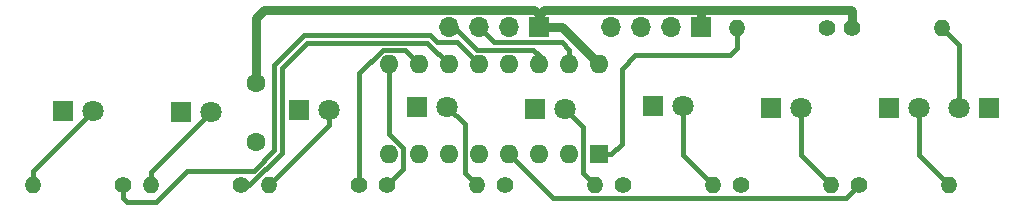
<source format=gbr>
%TF.GenerationSoftware,KiCad,Pcbnew,8.0.1*%
%TF.CreationDate,2024-05-11T19:49:50+01:00*%
%TF.ProjectId,TIMI2CLEDPanel,54494d49-3243-44c4-9544-50616e656c2e,rev?*%
%TF.SameCoordinates,Original*%
%TF.FileFunction,Copper,L1,Top*%
%TF.FilePolarity,Positive*%
%FSLAX46Y46*%
G04 Gerber Fmt 4.6, Leading zero omitted, Abs format (unit mm)*
G04 Created by KiCad (PCBNEW 8.0.1) date 2024-05-11 19:49:50*
%MOMM*%
%LPD*%
G01*
G04 APERTURE LIST*
%TA.AperFunction,ComponentPad*%
%ADD10R,1.700000X1.700000*%
%TD*%
%TA.AperFunction,ComponentPad*%
%ADD11O,1.700000X1.700000*%
%TD*%
%TA.AperFunction,ComponentPad*%
%ADD12R,1.800000X1.800000*%
%TD*%
%TA.AperFunction,ComponentPad*%
%ADD13C,1.800000*%
%TD*%
%TA.AperFunction,ComponentPad*%
%ADD14C,1.600000*%
%TD*%
%TA.AperFunction,ComponentPad*%
%ADD15C,1.400000*%
%TD*%
%TA.AperFunction,ComponentPad*%
%ADD16O,1.400000X1.400000*%
%TD*%
%TA.AperFunction,ComponentPad*%
%ADD17R,1.600000X1.600000*%
%TD*%
%TA.AperFunction,ComponentPad*%
%ADD18O,1.600000X1.600000*%
%TD*%
%TA.AperFunction,Conductor*%
%ADD19C,0.400000*%
%TD*%
%TA.AperFunction,Conductor*%
%ADD20C,0.800000*%
%TD*%
G04 APERTURE END LIST*
D10*
%TO.P,J1,1,Pin_1*%
%TO.N,+5V*%
X102800000Y-31900000D03*
D11*
%TO.P,J1,2,Pin_2*%
%TO.N,GND*%
X100260000Y-31900000D03*
%TO.P,J1,3,Pin_3*%
%TO.N,N_SDA*%
X97720000Y-31900000D03*
%TO.P,J1,4,Pin_4*%
%TO.N,N_SCL*%
X95180000Y-31900000D03*
%TD*%
D12*
%TO.P,D2,1,K*%
%TO.N,GND*%
X48730000Y-39000000D03*
D13*
%TO.P,D2,2,A*%
%TO.N,Net-(D2-A)*%
X51270000Y-39000000D03*
%TD*%
D12*
%TO.P,D6,1,K*%
%TO.N,GND*%
X88730000Y-38800000D03*
D13*
%TO.P,D6,2,A*%
%TO.N,Net-(D6-A)*%
X91270000Y-38800000D03*
%TD*%
D12*
%TO.P,D5,1,K*%
%TO.N,GND*%
X78730000Y-38600000D03*
D13*
%TO.P,D5,2,A*%
%TO.N,Net-(D5-A)*%
X81270000Y-38600000D03*
%TD*%
D12*
%TO.P,D3,1,K*%
%TO.N,GND*%
X58730000Y-39100000D03*
D13*
%TO.P,D3,2,A*%
%TO.N,Net-(D3-A)*%
X61270000Y-39100000D03*
%TD*%
D12*
%TO.P,D4,1,K*%
%TO.N,GND*%
X68730000Y-38850000D03*
D13*
%TO.P,D4,2,A*%
%TO.N,Net-(D4-A)*%
X71270000Y-38850000D03*
%TD*%
D12*
%TO.P,D9,1,K*%
%TO.N,GND*%
X118730000Y-38750000D03*
D13*
%TO.P,D9,2,A*%
%TO.N,Net-(D9-A)*%
X121270000Y-38750000D03*
%TD*%
D12*
%TO.P,D7,1,K*%
%TO.N,GND*%
X98730000Y-38550000D03*
D13*
%TO.P,D7,2,A*%
%TO.N,Net-(D7-A)*%
X101270000Y-38550000D03*
%TD*%
D14*
%TO.P,C1,1*%
%TO.N,GND*%
X65100000Y-41600000D03*
%TO.P,C1,2*%
%TO.N,+5V*%
X65100000Y-36600000D03*
%TD*%
D12*
%TO.P,D8,1,K*%
%TO.N,GND*%
X108730000Y-38750000D03*
D13*
%TO.P,D8,2,A*%
%TO.N,Net-(D8-A)*%
X111270000Y-38750000D03*
%TD*%
D12*
%TO.P,D1,1,K*%
%TO.N,GND*%
X127200000Y-38750000D03*
D13*
%TO.P,D1,2,A*%
%TO.N,Net-(D1-A)*%
X124660000Y-38750000D03*
%TD*%
D15*
%TO.P,R7,1*%
%TO.N,/LED5*%
X96195000Y-45250000D03*
D16*
%TO.P,R7,2*%
%TO.N,Net-(D7-A)*%
X103815000Y-45250000D03*
%TD*%
D10*
%TO.P,J4,1,Pin_1*%
%TO.N,+5V*%
X89045000Y-31900000D03*
D11*
%TO.P,J4,2,Pin_2*%
%TO.N,GND*%
X86505000Y-31900000D03*
%TO.P,J4,3,Pin_3*%
%TO.N,N_SDA*%
X83965000Y-31900000D03*
%TO.P,J4,4,Pin_4*%
%TO.N,N_SCL*%
X81425000Y-31900000D03*
%TD*%
D15*
%TO.P,R10,1*%
%TO.N,GND*%
X113460000Y-31950000D03*
D16*
%TO.P,R10,2*%
%TO.N,Net-(U1-A0)*%
X105840000Y-31950000D03*
%TD*%
D15*
%TO.P,R9,1*%
%TO.N,/LED7*%
X116195000Y-45250000D03*
D16*
%TO.P,R9,2*%
%TO.N,Net-(D9-A)*%
X123815000Y-45250000D03*
%TD*%
D15*
%TO.P,R8,1*%
%TO.N,/LED6*%
X106195000Y-45250000D03*
D16*
%TO.P,R8,2*%
%TO.N,Net-(D8-A)*%
X113815000Y-45250000D03*
%TD*%
D15*
%TO.P,R2,1*%
%TO.N,/LED0*%
X53815000Y-45250000D03*
D16*
%TO.P,R2,2*%
%TO.N,Net-(D2-A)*%
X46195000Y-45250000D03*
%TD*%
D15*
%TO.P,R1,1*%
%TO.N,+5V*%
X115590000Y-31950000D03*
D16*
%TO.P,R1,2*%
%TO.N,Net-(D1-A)*%
X123210000Y-31950000D03*
%TD*%
D15*
%TO.P,R3,1*%
%TO.N,/LED1*%
X63815000Y-45250000D03*
D16*
%TO.P,R3,2*%
%TO.N,Net-(D3-A)*%
X56195000Y-45250000D03*
%TD*%
D15*
%TO.P,R6,1*%
%TO.N,/LED4*%
X86195000Y-45250000D03*
D16*
%TO.P,R6,2*%
%TO.N,Net-(D6-A)*%
X93815000Y-45250000D03*
%TD*%
D17*
%TO.P,U1,1,A0*%
%TO.N,Net-(U1-A0)*%
X94120000Y-42600000D03*
D18*
%TO.P,U1,2,A1*%
X91580000Y-42600000D03*
%TO.P,U1,3,A2*%
X89040000Y-42600000D03*
%TO.P,U1,4,P0*%
%TO.N,/LED7*%
X86500000Y-42600000D03*
%TO.P,U1,5,P1*%
%TO.N,/LED6*%
X83960000Y-42600000D03*
%TO.P,U1,6,P2*%
%TO.N,/LED5*%
X81420000Y-42600000D03*
%TO.P,U1,7,P3*%
%TO.N,/LED4*%
X78880000Y-42600000D03*
%TO.P,U1,8,VSS*%
%TO.N,GND*%
X76340000Y-42600000D03*
%TO.P,U1,9,P4*%
%TO.N,/LED3*%
X76340000Y-34980000D03*
%TO.P,U1,10,P5*%
%TO.N,/LED2*%
X78880000Y-34980000D03*
%TO.P,U1,11,P6*%
%TO.N,/LED1*%
X81420000Y-34980000D03*
%TO.P,U1,12,P7*%
%TO.N,/LED0*%
X83960000Y-34980000D03*
%TO.P,U1,13,~{INT}*%
%TO.N,unconnected-(U1-~{INT}-Pad13)*%
X86500000Y-34980000D03*
%TO.P,U1,14,SCL*%
%TO.N,N_SCL*%
X89040000Y-34980000D03*
%TO.P,U1,15,SDA*%
%TO.N,N_SDA*%
X91580000Y-34980000D03*
%TO.P,U1,16,VDD*%
%TO.N,+5V*%
X94120000Y-34980000D03*
%TD*%
D15*
%TO.P,R5,1*%
%TO.N,/LED3*%
X76195000Y-45250000D03*
D16*
%TO.P,R5,2*%
%TO.N,Net-(D5-A)*%
X83815000Y-45250000D03*
%TD*%
D15*
%TO.P,R4,1*%
%TO.N,/LED2*%
X73815000Y-45250000D03*
D16*
%TO.P,R4,2*%
%TO.N,Net-(D4-A)*%
X66195000Y-45250000D03*
%TD*%
D19*
%TO.N,Net-(U1-A0)*%
X105840000Y-33660000D02*
X105840000Y-31950000D01*
X105250000Y-34250000D02*
X105840000Y-33660000D01*
X96050000Y-35400000D02*
X97200000Y-34250000D01*
X96050000Y-41750000D02*
X96050000Y-35400000D01*
X95200000Y-42600000D02*
X96050000Y-41750000D01*
X94120000Y-42600000D02*
X95200000Y-42600000D01*
X97200000Y-34250000D02*
X105250000Y-34250000D01*
D20*
%TO.N,+5V*%
X102800000Y-30400000D02*
X115450000Y-30400000D01*
X89500000Y-30400000D02*
X102800000Y-30400000D01*
X102800000Y-31900000D02*
X102800000Y-30400000D01*
X115450000Y-30400000D02*
X115590000Y-30540000D01*
X65100000Y-31100000D02*
X65100000Y-36600000D01*
X89045000Y-30795000D02*
X88650000Y-30400000D01*
X89045000Y-31900000D02*
X89045000Y-30855000D01*
X91040000Y-31900000D02*
X94120000Y-34980000D01*
X89045000Y-31900000D02*
X91040000Y-31900000D01*
X89045000Y-30855000D02*
X89500000Y-30400000D01*
X65800000Y-30400000D02*
X65100000Y-31100000D01*
X88650000Y-30400000D02*
X65800000Y-30400000D01*
X115590000Y-30540000D02*
X115590000Y-31950000D01*
X89045000Y-31900000D02*
X89045000Y-30795000D01*
D19*
%TO.N,Net-(D2-A)*%
X46195000Y-44075000D02*
X46195000Y-45250000D01*
X51270000Y-39000000D02*
X46195000Y-44075000D01*
%TO.N,Net-(D3-A)*%
X56195000Y-44175000D02*
X56195000Y-45250000D01*
X61270000Y-39100000D02*
X56195000Y-44175000D01*
%TO.N,Net-(D4-A)*%
X71270000Y-38850000D02*
X71270000Y-40175000D01*
X71270000Y-40175000D02*
X66195000Y-45250000D01*
%TO.N,Net-(D5-A)*%
X82760000Y-44195000D02*
X83815000Y-45250000D01*
X81270000Y-38600000D02*
X82760000Y-40090000D01*
X82760000Y-40090000D02*
X82760000Y-44195000D01*
%TO.N,Net-(D6-A)*%
X92780000Y-44215000D02*
X93815000Y-45250000D01*
X92780000Y-40310000D02*
X92780000Y-44215000D01*
X91270000Y-38800000D02*
X92780000Y-40310000D01*
%TO.N,Net-(D7-A)*%
X101270000Y-38550000D02*
X101270000Y-42705000D01*
X101270000Y-42705000D02*
X103815000Y-45250000D01*
%TO.N,Net-(D8-A)*%
X111270000Y-38750000D02*
X111270000Y-42705000D01*
X111270000Y-42705000D02*
X113815000Y-45250000D01*
%TO.N,Net-(D1-A)*%
X124660000Y-38750000D02*
X124660000Y-33400000D01*
X124660000Y-33400000D02*
X123210000Y-31950000D01*
%TO.N,Net-(D9-A)*%
X121270000Y-38750000D02*
X121270000Y-42705000D01*
X121270000Y-42705000D02*
X123815000Y-45250000D01*
%TO.N,/LED0*%
X82130000Y-33150000D02*
X80438528Y-33150000D01*
X64901472Y-44050000D02*
X59250000Y-44050000D01*
X66650000Y-42301472D02*
X64901472Y-44050000D01*
X53815000Y-46315000D02*
X53815000Y-45250000D01*
X56650000Y-46650000D02*
X54150000Y-46650000D01*
X83960000Y-34980000D02*
X82130000Y-33150000D01*
X69171472Y-32580000D02*
X66650000Y-35101472D01*
X79868528Y-32580000D02*
X69171472Y-32580000D01*
X80438528Y-33150000D02*
X79868528Y-32580000D01*
X59250000Y-44050000D02*
X56650000Y-46650000D01*
X54150000Y-46650000D02*
X53815000Y-46315000D01*
X66650000Y-35101472D02*
X66650000Y-42301472D01*
%TO.N,/LED1*%
X67300000Y-42500000D02*
X64550000Y-45250000D01*
X64550000Y-45250000D02*
X63815000Y-45250000D01*
X69420000Y-33180000D02*
X67300000Y-35300000D01*
X67300000Y-35300000D02*
X67300000Y-42500000D01*
X79620000Y-33180000D02*
X69420000Y-33180000D01*
X81420000Y-34980000D02*
X79620000Y-33180000D01*
%TO.N,/LED2*%
X78880000Y-34980000D02*
X77680000Y-33780000D01*
X77680000Y-33780000D02*
X75820000Y-33780000D01*
X75820000Y-33780000D02*
X73815000Y-35785000D01*
X73815000Y-35785000D02*
X73815000Y-45250000D01*
%TO.N,/LED3*%
X77540000Y-42102943D02*
X77540000Y-43905000D01*
X77540000Y-43905000D02*
X76195000Y-45250000D01*
X76340000Y-40902943D02*
X77540000Y-42102943D01*
X76340000Y-34980000D02*
X76340000Y-40902943D01*
%TO.N,N_SCL*%
X83780000Y-33780000D02*
X88580000Y-33780000D01*
X81900000Y-31900000D02*
X83780000Y-33780000D01*
X81425000Y-31900000D02*
X81900000Y-31900000D01*
X89040000Y-34240000D02*
X89040000Y-34980000D01*
X88580000Y-33780000D02*
X89040000Y-34240000D01*
%TO.N,/LED7*%
X90250000Y-46350000D02*
X86500000Y-42600000D01*
X116195000Y-45250000D02*
X115095000Y-46350000D01*
X115095000Y-46350000D02*
X90250000Y-46350000D01*
%TO.N,N_SDA*%
X85235685Y-33170685D02*
X90970685Y-33170685D01*
X91580000Y-33780000D02*
X91580000Y-34980000D01*
X83965000Y-31900000D02*
X85235685Y-33170685D01*
X90970685Y-33170685D02*
X91580000Y-33780000D01*
%TD*%
M02*

</source>
